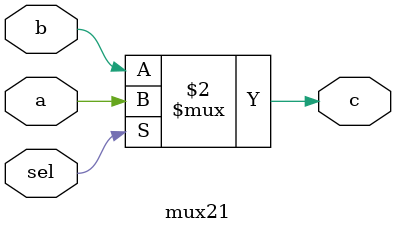
<source format=v>
module mux21 (input a, b, sel, output reg c);
	always @ ( a or b or sel) begin
		c = sel ? a : b;
	end
endmodule
</source>
